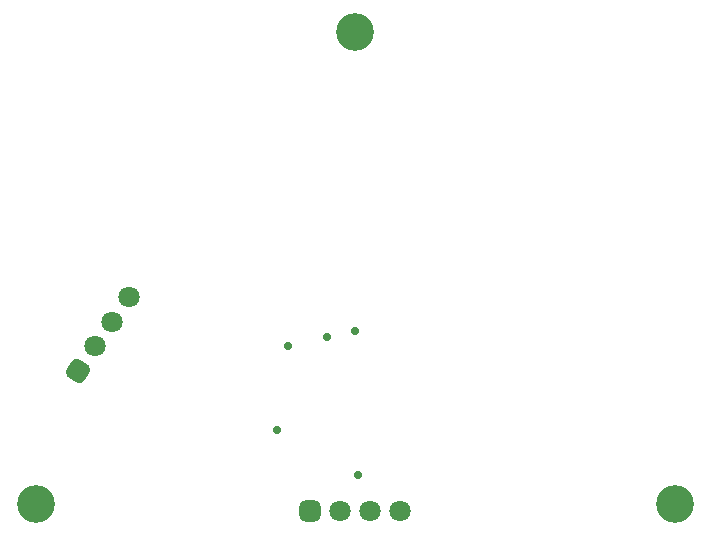
<source format=gbs>
G04*
G04 #@! TF.GenerationSoftware,Altium Limited,Altium Designer,21.6.4 (81)*
G04*
G04 Layer_Color=16711935*
%FSLAX23Y23*%
%MOIN*%
G70*
G04*
G04 #@! TF.SameCoordinates,5C7EE660-6927-4EDB-96E5-1C855801FDE5*
G04*
G04*
G04 #@! TF.FilePolarity,Negative*
G04*
G01*
G75*
%ADD62C,0.126*%
%ADD63C,0.071*%
G04:AMPARAMS|DCode=64|XSize=71mil|YSize=71mil|CornerRadius=20mil|HoleSize=0mil|Usage=FLASHONLY|Rotation=56.000|XOffset=0mil|YOffset=0mil|HoleType=Round|Shape=RoundedRectangle|*
%AMROUNDEDRECTD64*
21,1,0.071,0.031,0,0,56.0*
21,1,0.031,0.071,0,0,56.0*
1,1,0.039,0.022,0.004*
1,1,0.039,0.004,-0.022*
1,1,0.039,-0.022,-0.004*
1,1,0.039,-0.004,0.022*
%
%ADD64ROUNDEDRECTD64*%
G04:AMPARAMS|DCode=65|XSize=71mil|YSize=71mil|CornerRadius=20mil|HoleSize=0mil|Usage=FLASHONLY|Rotation=0.000|XOffset=0mil|YOffset=0mil|HoleType=Round|Shape=RoundedRectangle|*
%AMROUNDEDRECTD65*
21,1,0.071,0.031,0,0,0.0*
21,1,0.031,0.071,0,0,0.0*
1,1,0.039,0.016,-0.016*
1,1,0.039,-0.016,-0.016*
1,1,0.039,-0.016,0.016*
1,1,0.039,0.016,0.016*
%
%ADD65ROUNDEDRECTD65*%
%ADD66C,0.028*%
D62*
X-1065Y-578D02*
D03*
X0Y997D02*
D03*
X1065Y-578D02*
D03*
D63*
X-756Y114D02*
D03*
X-812Y31D02*
D03*
X-868Y-51D02*
D03*
X-50Y-600D02*
D03*
X50D02*
D03*
X150D02*
D03*
D64*
X-924Y-134D02*
D03*
D65*
X-150Y-600D02*
D03*
D66*
X-95Y-20D02*
D03*
X10Y-480D02*
D03*
X-225Y-50D02*
D03*
X0Y0D02*
D03*
X-260Y-330D02*
D03*
M02*

</source>
